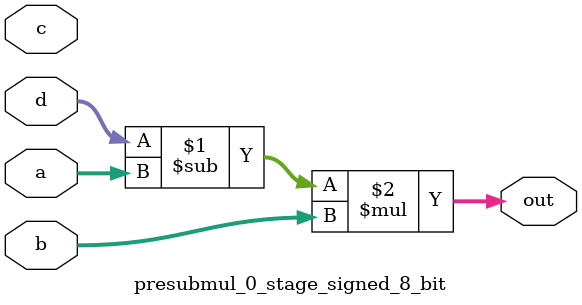
<source format=sv>
(* use_dsp = "yes" *) module presubmul_0_stage_signed_8_bit(
	input signed [7:0] a,
	input signed [7:0] b,
	input signed [7:0] c,
	input signed [7:0] d,
	output [7:0] out
	);

	assign out = (d - a) * b;
endmodule

</source>
